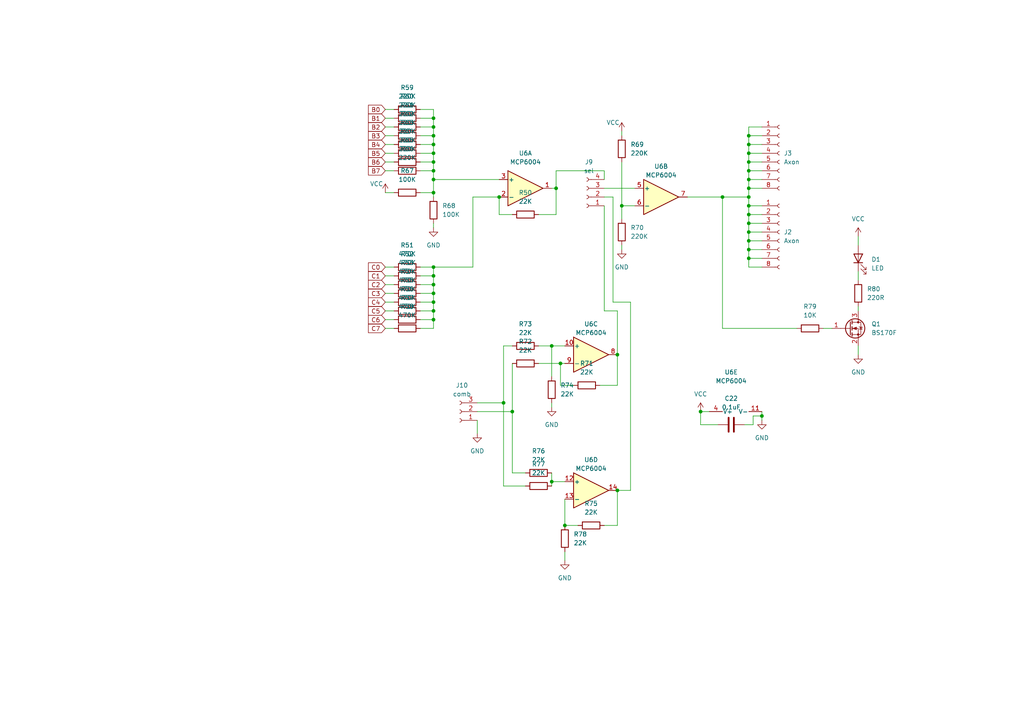
<source format=kicad_sch>
(kicad_sch (version 20230121) (generator eeschema)
  (paper "A4")
  (lib_symbols
    (symbol "Amplifier_Operational:MCP6004" (pin_names (offset 0.127))
      (property "Reference" "U" (at 0 5.08 0))
      (property "Value" "MCP6004" (at 0 -5.08 0))
      (symbol "MCP6004_1_1"
        (polyline (pts (xy -5.08 5.08) (xy 5.08 0) (xy -5.08 -5.08) (xy -5.08 5.08)) (stroke (width 0.254)) (fill (type background)))
        (pin output line (at 7.62 0 180) (length 2.54) (name "~") (number "1"))
        (pin input line (at -7.62 -2.54 0) (length 2.54) (name "-") (number "2"))
        (pin input line (at -7.62 2.54 0) (length 2.54) (name "+") (number "3"))
      )
      (symbol "MCP6004_2_1"
        (polyline (pts (xy -5.08 5.08) (xy 5.08 0) (xy -5.08 -5.08) (xy -5.08 5.08)) (stroke (width 0.254)) (fill (type background)))
        (pin input line (at -7.62 2.54 0) (length 2.54) (name "+") (number "5"))
        (pin input line (at -7.62 -2.54 0) (length 2.54) (name "-") (number "6"))
        (pin output line (at 7.62 0 180) (length 2.54) (name "~") (number "7"))
      )
      (symbol "MCP6004_3_1"
        (polyline (pts (xy -5.08 5.08) (xy 5.08 0) (xy -5.08 -5.08) (xy -5.08 5.08)) (stroke (width 0.254)) (fill (type background)))
        (pin input line (at -7.62 2.54 0) (length 2.54) (name "+") (number "10"))
        (pin output line (at 7.62 0 180) (length 2.54) (name "~") (number "8"))
        (pin input line (at -7.62 -2.54 0) (length 2.54) (name "-") (number "9"))
      )
      (symbol "MCP6004_4_1"
        (polyline (pts (xy -5.08 5.08) (xy 5.08 0) (xy -5.08 -5.08) (xy -5.08 5.08)) (stroke (width 0.254)) (fill (type background)))
        (pin input line (at -7.62 2.54 0) (length 2.54) (name "+") (number "12"))
        (pin input line (at -7.62 -2.54 0) (length 2.54) (name "-") (number "13"))
        (pin output line (at 7.62 0 180) (length 2.54) (name "~") (number "14"))
      )
      (symbol "MCP6004_5_1"
        (pin power_in line (at -2.54 -7.62 90) (length 3.81) (name "V-") (number "11"))
        (pin power_in line (at -2.54 7.62 270) (length 3.81) (name "V+") (number "4"))
      )
    )
    (symbol "Connector:Conn_01x03_Socket" (pin_names (offset 1.016) hide)
      (property "Reference" "J" (at 0 5.08 0))
      (property "Value" "Conn_01x03_Socket" (at 0 -5.08 0))
      (symbol "Conn_01x03_Socket_1_1"
        (arc (start 0 -2.032) (mid -0.5058 -2.54) (end 0 -3.048) (stroke (width 0.1524)))
        (polyline (pts (xy -1.27 -2.54) (xy -0.508 -2.54)) (stroke (width 0.1524)))
        (polyline (pts (xy -1.27 0) (xy -0.508 0)) (stroke (width 0.1524)))
        (polyline (pts (xy -1.27 2.54) (xy -0.508 2.54)) (stroke (width 0.1524)))
        (arc (start 0 0.508) (mid -0.5058 0) (end 0 -0.508) (stroke (width 0.1524)))
        (arc (start 0 3.048) (mid -0.5058 2.54) (end 0 2.032) (stroke (width 0.1524)))
        (pin passive line (at -5.08 2.54 0) (length 3.81) (name "Pin_1") (number "1"))
        (pin passive line (at -5.08 0 0) (length 3.81) (name "Pin_2") (number "2"))
        (pin passive line (at -5.08 -2.54 0) (length 3.81) (name "Pin_3") (number "3"))
      )
    )
    (symbol "Connector:Conn_01x04_Socket" (pin_names (offset 1.016) hide)
      (property "Reference" "J" (at 0 5.08 0))
      (property "Value" "Conn_01x04_Socket" (at 0 -7.62 0))
      (symbol "Conn_01x04_Socket_1_1"
        (arc (start 0 -4.572) (mid -0.5058 -5.08) (end 0 -5.588) (stroke (width 0.1524)))
        (arc (start 0 -2.032) (mid -0.5058 -2.54) (end 0 -3.048) (stroke (width 0.1524)))
        (polyline (pts (xy -1.27 -5.08) (xy -0.508 -5.08)) (stroke (width 0.1524)))
        (polyline (pts (xy -1.27 -2.54) (xy -0.508 -2.54)) (stroke (width 0.1524)))
        (polyline (pts (xy -1.27 0) (xy -0.508 0)) (stroke (width 0.1524)))
        (polyline (pts (xy -1.27 2.54) (xy -0.508 2.54)) (stroke (width 0.1524)))
        (arc (start 0 0.508) (mid -0.5058 0) (end 0 -0.508) (stroke (width 0.1524)))
        (arc (start 0 3.048) (mid -0.5058 2.54) (end 0 2.032) (stroke (width 0.1524)))
        (pin passive line (at -5.08 2.54 0) (length 3.81) (name "Pin_1") (number "1"))
        (pin passive line (at -5.08 0 0) (length 3.81) (name "Pin_2") (number "2"))
        (pin passive line (at -5.08 -2.54 0) (length 3.81) (name "Pin_3") (number "3"))
        (pin passive line (at -5.08 -5.08 0) (length 3.81) (name "Pin_4") (number "4"))
      )
    )
    (symbol "Connector:Conn_01x08_Socket" (pin_names (offset 1.016) hide)
      (property "Reference" "J" (at 0 10.16 0))
      (property "Value" "Conn_01x08_Socket" (at 0 -12.7 0))
      (symbol "Conn_01x08_Socket_1_1"
        (arc (start 0 -9.652) (mid -0.5058 -10.16) (end 0 -10.668) (stroke (width 0.1524)))
        (arc (start 0 -7.112) (mid -0.5058 -7.62) (end 0 -8.128) (stroke (width 0.1524)))
        (arc (start 0 -4.572) (mid -0.5058 -5.08) (end 0 -5.588) (stroke (width 0.1524)))
        (arc (start 0 -2.032) (mid -0.5058 -2.54) (end 0 -3.048) (stroke (width 0.1524)))
        (polyline (pts (xy -1.27 -10.16) (xy -0.508 -10.16)) (stroke (width 0.1524)))
        (polyline (pts (xy -1.27 -7.62) (xy -0.508 -7.62)) (stroke (width 0.1524)))
        (polyline (pts (xy -1.27 -5.08) (xy -0.508 -5.08)) (stroke (width 0.1524)))
        (polyline (pts (xy -1.27 -2.54) (xy -0.508 -2.54)) (stroke (width 0.1524)))
        (polyline (pts (xy -1.27 0) (xy -0.508 0)) (stroke (width 0.1524)))
        (polyline (pts (xy -1.27 2.54) (xy -0.508 2.54)) (stroke (width 0.1524)))
        (polyline (pts (xy -1.27 5.08) (xy -0.508 5.08)) (stroke (width 0.1524)))
        (polyline (pts (xy -1.27 7.62) (xy -0.508 7.62)) (stroke (width 0.1524)))
        (arc (start 0 0.508) (mid -0.5058 0) (end 0 -0.508) (stroke (width 0.1524)))
        (arc (start 0 3.048) (mid -0.5058 2.54) (end 0 2.032) (stroke (width 0.1524)))
        (arc (start 0 5.588) (mid -0.5058 5.08) (end 0 4.572) (stroke (width 0.1524)))
        (arc (start 0 8.128) (mid -0.5058 7.62) (end 0 7.112) (stroke (width 0.1524)))
        (pin passive line (at -5.08 7.62 0) (length 3.81) (name "Pin_1") (number "1"))
        (pin passive line (at -5.08 5.08 0) (length 3.81) (name "Pin_2") (number "2"))
        (pin passive line (at -5.08 2.54 0) (length 3.81) (name "Pin_3") (number "3"))
        (pin passive line (at -5.08 0 0) (length 3.81) (name "Pin_4") (number "4"))
        (pin passive line (at -5.08 -2.54 0) (length 3.81) (name "Pin_5") (number "5"))
        (pin passive line (at -5.08 -5.08 0) (length 3.81) (name "Pin_6") (number "6"))
        (pin passive line (at -5.08 -7.62 0) (length 3.81) (name "Pin_7") (number "7"))
        (pin passive line (at -5.08 -10.16 0) (length 3.81) (name "Pin_8") (number "8"))
      )
    )
    (symbol "Device:C" (pin_numbers hide) (pin_names (offset 0.254))
      (property "Reference" "C" (at 0.635 2.54 0))
      (property "Value" "C" (at 0.635 -2.54 0))
      (symbol "C_0_1"
        (polyline (pts (xy -2.032 -0.762) (xy 2.032 -0.762)) (stroke (width 0.508)))
        (polyline (pts (xy -2.032 0.762) (xy 2.032 0.762)) (stroke (width 0.508)))
      )
      (symbol "C_1_1"
        (pin passive line (at 0 3.81 270) (length 2.794) (name "~") (number "1"))
        (pin passive line (at 0 -3.81 90) (length 2.794) (name "~") (number "2"))
      )
    )
    (symbol "Device:LED" (pin_numbers hide) (pin_names (offset 1.016) hide)
      (property "Reference" "D" (at 0 2.54 0))
      (property "Value" "LED" (at 0 -2.54 0))
      (symbol "LED_0_1"
        (polyline (pts (xy -1.27 -1.27) (xy -1.27 1.27)) (stroke (width 0.254)))
        (polyline (pts (xy -1.27 0) (xy 1.27 0)))
        (polyline (pts (xy 1.27 -1.27) (xy 1.27 1.27) (xy -1.27 0) (xy 1.27 -1.27)) (stroke (width 0.254)))
        (polyline (pts (xy -3.048 -0.762) (xy -4.572 -2.286) (xy -3.81 -2.286) (xy -4.572 -2.286) (xy -4.572 -1.524)))
        (polyline (pts (xy -1.778 -0.762) (xy -3.302 -2.286) (xy -2.54 -2.286) (xy -3.302 -2.286) (xy -3.302 -1.524)))
      )
      (symbol "LED_1_1"
        (pin passive line (at -3.81 0 0) (length 2.54) (name "K") (number "1"))
        (pin passive line (at 3.81 0 180) (length 2.54) (name "A") (number "2"))
      )
    )
    (symbol "Device:R" (pin_numbers hide) (pin_names (offset 0))
      (property "Reference" "R" (at 2.032 0 90))
      (property "Value" "R" (at 0 0 90))
      (symbol "R_0_1"
        (rectangle (start -1.016 -2.54) (end 1.016 2.54) (stroke (width 0.254)))
      )
      (symbol "R_1_1"
        (pin passive line (at 0 3.81 270) (length 1.27) (name "~") (number "1"))
        (pin passive line (at 0 -3.81 90) (length 1.27) (name "~") (number "2"))
      )
    )
    (symbol "Transistor_FET:BS170F" (pin_names hide)
      (property "Reference" "Q" (at 5.08 1.905 0))
      (property "Value" "BS170F" (at 5.08 0 0))
      (symbol "BS170F_0_1"
        (polyline (pts (xy 0.254 0) (xy -2.54 0)))
        (polyline (pts (xy 0.254 1.905) (xy 0.254 -1.905)) (stroke (width 0.254)))
        (polyline (pts (xy 0.762 -1.27) (xy 0.762 -2.286)) (stroke (width 0.254)))
        (polyline (pts (xy 0.762 0.508) (xy 0.762 -0.508)) (stroke (width 0.254)))
        (polyline (pts (xy 0.762 2.286) (xy 0.762 1.27)) (stroke (width 0.254)))
        (polyline (pts (xy 2.54 2.54) (xy 2.54 1.778)))
        (polyline (pts (xy 2.54 -2.54) (xy 2.54 0) (xy 0.762 0)))
        (polyline (pts (xy 0.762 -1.778) (xy 3.302 -1.778) (xy 3.302 1.778) (xy 0.762 1.778)))
        (polyline (pts (xy 1.016 0) (xy 2.032 0.381) (xy 2.032 -0.381) (xy 1.016 0)) (fill (type outline)))
        (polyline (pts (xy 2.794 0.508) (xy 2.921 0.381) (xy 3.683 0.381) (xy 3.81 0.254)))
        (polyline (pts (xy 3.302 0.381) (xy 2.921 -0.254) (xy 3.683 -0.254) (xy 3.302 0.381)))
        (circle (center 1.651 0) (radius 2.794) (stroke (width 0.254)))
        (circle (center 2.54 -1.778) (radius 0.254) (fill (type outline)))
        (circle (center 2.54 1.778) (radius 0.254) (fill (type outline)))
      )
      (symbol "BS170F_1_1"
        (pin input line (at -5.08 0 0) (length 2.54) (name "G") (number "1"))
        (pin passive line (at 2.54 -5.08 90) (length 2.54) (name "S") (number "2"))
        (pin passive line (at 2.54 5.08 270) (length 2.54) (name "D") (number "3"))
      )
    )
    (symbol "power:GND" (power) (pin_names (offset 0))
      (property "Value" "GND" (at 0 -3.81 0))
      (symbol "GND_0_1"
        (polyline (pts (xy 0 0) (xy 0 -1.27) (xy 1.27 -1.27) (xy 0 -2.54) (xy -1.27 -1.27) (xy 0 -1.27)))
      )
      (symbol "GND_1_1"
        (pin power_in line (at 0 0 270) (length 0) hide (name "GND") (number "1"))
      )
    )
    (symbol "power:VCC" (power) (pin_names (offset 0))
      (property "Value" "VCC" (at 0 3.81 0))
      (symbol "VCC_0_1"
        (polyline (pts (xy -0.762 1.27) (xy 0 2.54)))
        (polyline (pts (xy 0 0) (xy 0 2.54)))
        (polyline (pts (xy 0 2.54) (xy 0.762 1.27)))
      )
      (symbol "VCC_1_1"
        (pin power_in line (at 0 0 90) (length 0) hide (name "VCC") (number "1"))
      )
    )
  )
  (junction (at 217.17 67.31))
  (junction (at 217.17 52.07))
  (junction (at 125.73 39.37))
  (junction (at 217.17 41.91))
  (junction (at 160.02 100.33))
  (junction (at 209.55 57.15))
  (junction (at 146.05 116.84))
  (junction (at 217.17 46.99))
  (junction (at 125.73 36.83))
  (junction (at 125.73 44.45))
  (junction (at 125.73 55.88))
  (junction (at 125.73 90.17))
  (junction (at 125.73 49.53))
  (junction (at 217.17 54.61))
  (junction (at 203.2 119.38))
  (junction (at 160.02 139.7))
  (junction (at 125.73 80.01))
  (junction (at 180.34 59.69))
  (junction (at 217.17 49.53))
  (junction (at 217.17 74.93))
  (junction (at 125.73 92.71))
  (junction (at 125.73 46.99))
  (junction (at 125.73 77.47))
  (junction (at 125.73 41.91))
  (junction (at 125.73 34.29))
  (junction (at 125.73 85.09))
  (junction (at 217.17 39.37))
  (junction (at 220.98 120.65))
  (junction (at 179.07 102.87))
  (junction (at 179.07 142.24))
  (junction (at 125.73 52.07))
  (junction (at 217.17 62.23))
  (junction (at 125.73 87.63))
  (junction (at 163.83 152.4))
  (junction (at 162.56 105.41))
  (junction (at 161.29 54.61))
  (junction (at 217.17 44.45))
  (junction (at 217.17 59.69))
  (junction (at 217.17 57.15))
  (junction (at 217.17 69.85))
  (junction (at 148.59 119.38))
  (junction (at 217.17 72.39))
  (junction (at 144.78 57.15))
  (junction (at 217.17 64.77))
  (junction (at 125.73 82.55))
  (wire (pts (xy 148.59 100.33) (xy 146.05 100.33)))
  (wire (pts (xy 175.26 90.17) (xy 179.07 90.17)))
  (wire (pts (xy 138.43 116.84) (xy 146.05 116.84)))
  (wire (pts (xy 121.92 41.91) (xy 125.73 41.91)))
  (wire (pts (xy 220.98 119.38) (xy 220.98 120.65)))
  (wire (pts (xy 121.92 46.99) (xy 125.73 46.99)))
  (wire (pts (xy 163.83 144.78) (xy 163.83 152.4)))
  (wire (pts (xy 125.73 31.75) (xy 121.92 31.75)))
  (wire (pts (xy 148.59 105.41) (xy 148.59 119.38)))
  (wire (pts (xy 160.02 139.7) (xy 163.83 139.7)))
  (wire (pts (xy 121.92 82.55) (xy 125.73 82.55)))
  (wire (pts (xy 121.92 92.71) (xy 125.73 92.71)))
  (wire (pts (xy 217.17 54.61) (xy 220.98 54.61)))
  (wire (pts (xy 137.16 57.15) (xy 137.16 77.47)))
  (wire (pts (xy 248.92 78.74) (xy 248.92 81.28)))
  (wire (pts (xy 162.56 111.76) (xy 162.56 105.41)))
  (wire (pts (xy 238.76 95.25) (xy 241.3 95.25)))
  (wire (pts (xy 146.05 116.84) (xy 146.05 140.97)))
  (wire (pts (xy 215.9 123.19) (xy 218.44 123.19)))
  (wire (pts (xy 121.92 95.25) (xy 125.73 95.25)))
  (wire (pts (xy 217.17 74.93) (xy 217.17 77.47)))
  (wire (pts (xy 121.92 39.37) (xy 125.73 39.37)))
  (wire (pts (xy 111.76 55.88) (xy 114.3 55.88)))
  (wire (pts (xy 217.17 62.23) (xy 220.98 62.23)))
  (wire (pts (xy 121.92 85.09) (xy 125.73 85.09)))
  (wire (pts (xy 160.02 137.16) (xy 160.02 139.7)))
  (wire (pts (xy 121.92 87.63) (xy 125.73 87.63)))
  (wire (pts (xy 161.29 49.53) (xy 161.29 54.61)))
  (wire (pts (xy 160.02 139.7) (xy 160.02 140.97)))
  (wire (pts (xy 111.76 82.55) (xy 114.3 82.55)))
  (wire (pts (xy 111.76 85.09) (xy 114.3 85.09)))
  (wire (pts (xy 111.76 49.53) (xy 114.3 49.53)))
  (wire (pts (xy 163.83 160.02) (xy 163.83 162.56)))
  (wire (pts (xy 111.76 36.83) (xy 114.3 36.83)))
  (wire (pts (xy 218.44 120.65) (xy 220.98 120.65)))
  (wire (pts (xy 179.07 111.76) (xy 179.07 102.87)))
  (wire (pts (xy 217.17 41.91) (xy 217.17 44.45)))
  (wire (pts (xy 217.17 46.99) (xy 220.98 46.99)))
  (wire (pts (xy 121.92 80.01) (xy 125.73 80.01)))
  (wire (pts (xy 125.73 82.55) (xy 125.73 85.09)))
  (wire (pts (xy 125.73 90.17) (xy 125.73 92.71)))
  (wire (pts (xy 111.76 41.91) (xy 114.3 41.91)))
  (wire (pts (xy 217.17 54.61) (xy 217.17 57.15)))
  (wire (pts (xy 121.92 90.17) (xy 125.73 90.17)))
  (wire (pts (xy 173.99 111.76) (xy 179.07 111.76)))
  (wire (pts (xy 161.29 62.23) (xy 156.21 62.23)))
  (wire (pts (xy 144.78 57.15) (xy 144.78 62.23)))
  (wire (pts (xy 217.17 39.37) (xy 220.98 39.37)))
  (wire (pts (xy 156.21 100.33) (xy 160.02 100.33)))
  (wire (pts (xy 217.17 49.53) (xy 217.17 52.07)))
  (wire (pts (xy 248.92 88.9) (xy 248.92 90.17)))
  (wire (pts (xy 217.17 44.45) (xy 217.17 46.99)))
  (wire (pts (xy 163.83 152.4) (xy 167.64 152.4)))
  (wire (pts (xy 125.73 57.15) (xy 125.73 55.88)))
  (wire (pts (xy 148.59 137.16) (xy 152.4 137.16)))
  (wire (pts (xy 125.73 92.71) (xy 125.73 95.25)))
  (wire (pts (xy 161.29 54.61) (xy 161.29 62.23)))
  (wire (pts (xy 125.73 52.07) (xy 144.78 52.07)))
  (wire (pts (xy 217.17 69.85) (xy 217.17 72.39)))
  (wire (pts (xy 217.17 59.69) (xy 220.98 59.69)))
  (wire (pts (xy 180.34 46.99) (xy 180.34 59.69)))
  (wire (pts (xy 125.73 46.99) (xy 125.73 44.45)))
  (wire (pts (xy 111.76 92.71) (xy 114.3 92.71)))
  (wire (pts (xy 111.76 87.63) (xy 114.3 87.63)))
  (wire (pts (xy 175.26 52.07) (xy 175.26 49.53)))
  (wire (pts (xy 199.39 57.15) (xy 209.55 57.15)))
  (wire (pts (xy 182.88 142.24) (xy 179.07 142.24)))
  (wire (pts (xy 203.2 119.38) (xy 205.74 119.38)))
  (wire (pts (xy 209.55 95.25) (xy 231.14 95.25)))
  (wire (pts (xy 148.59 119.38) (xy 148.59 137.16)))
  (wire (pts (xy 209.55 57.15) (xy 217.17 57.15)))
  (wire (pts (xy 146.05 140.97) (xy 152.4 140.97)))
  (wire (pts (xy 111.76 77.47) (xy 114.3 77.47)))
  (wire (pts (xy 125.73 39.37) (xy 125.73 36.83)))
  (wire (pts (xy 125.73 80.01) (xy 125.73 82.55)))
  (wire (pts (xy 217.17 46.99) (xy 217.17 49.53)))
  (wire (pts (xy 220.98 36.83) (xy 217.17 36.83)))
  (wire (pts (xy 220.98 120.65) (xy 220.98 121.92)))
  (wire (pts (xy 125.73 44.45) (xy 125.73 41.91)))
  (wire (pts (xy 217.17 52.07) (xy 220.98 52.07)))
  (wire (pts (xy 217.17 41.91) (xy 220.98 41.91)))
  (wire (pts (xy 111.76 39.37) (xy 114.3 39.37)))
  (wire (pts (xy 217.17 39.37) (xy 217.17 41.91)))
  (wire (pts (xy 175.26 54.61) (xy 184.15 54.61)))
  (wire (pts (xy 179.07 90.17) (xy 179.07 102.87)))
  (wire (pts (xy 166.37 111.76) (xy 162.56 111.76)))
  (wire (pts (xy 125.73 34.29) (xy 125.73 31.75)))
  (wire (pts (xy 125.73 36.83) (xy 125.73 34.29)))
  (wire (pts (xy 138.43 121.92) (xy 138.43 125.73)))
  (wire (pts (xy 175.26 57.15) (xy 177.8 57.15)))
  (wire (pts (xy 160.02 100.33) (xy 160.02 109.22)))
  (wire (pts (xy 217.17 57.15) (xy 217.17 59.69)))
  (wire (pts (xy 180.34 59.69) (xy 180.34 63.5)))
  (wire (pts (xy 125.73 41.91) (xy 125.73 39.37)))
  (wire (pts (xy 217.17 49.53) (xy 220.98 49.53)))
  (wire (pts (xy 209.55 57.15) (xy 209.55 95.25)))
  (wire (pts (xy 156.21 105.41) (xy 162.56 105.41)))
  (wire (pts (xy 175.26 152.4) (xy 179.07 152.4)))
  (wire (pts (xy 177.8 87.63) (xy 182.88 87.63)))
  (wire (pts (xy 160.02 54.61) (xy 161.29 54.61)))
  (wire (pts (xy 217.17 44.45) (xy 220.98 44.45)))
  (wire (pts (xy 160.02 116.84) (xy 160.02 118.11)))
  (wire (pts (xy 217.17 59.69) (xy 217.17 62.23)))
  (wire (pts (xy 208.28 123.19) (xy 203.2 123.19)))
  (wire (pts (xy 180.34 59.69) (xy 184.15 59.69)))
  (wire (pts (xy 182.88 87.63) (xy 182.88 142.24)))
  (wire (pts (xy 217.17 67.31) (xy 217.17 69.85)))
  (wire (pts (xy 160.02 100.33) (xy 163.83 100.33)))
  (wire (pts (xy 125.73 49.53) (xy 125.73 46.99)))
  (wire (pts (xy 125.73 85.09) (xy 125.73 87.63)))
  (wire (pts (xy 217.17 69.85) (xy 220.98 69.85)))
  (wire (pts (xy 162.56 105.41) (xy 163.83 105.41)))
  (wire (pts (xy 217.17 77.47) (xy 220.98 77.47)))
  (wire (pts (xy 111.76 90.17) (xy 114.3 90.17)))
  (wire (pts (xy 125.73 77.47) (xy 121.92 77.47)))
  (wire (pts (xy 217.17 52.07) (xy 217.17 54.61)))
  (wire (pts (xy 217.17 72.39) (xy 217.17 74.93)))
  (wire (pts (xy 111.76 95.25) (xy 114.3 95.25)))
  (wire (pts (xy 111.76 31.75) (xy 114.3 31.75)))
  (wire (pts (xy 137.16 77.47) (xy 125.73 77.47)))
  (wire (pts (xy 203.2 123.19) (xy 203.2 119.38)))
  (wire (pts (xy 180.34 38.1) (xy 180.34 39.37)))
  (wire (pts (xy 121.92 55.88) (xy 125.73 55.88)))
  (wire (pts (xy 248.92 68.58) (xy 248.92 71.12)))
  (wire (pts (xy 177.8 57.15) (xy 177.8 87.63)))
  (wire (pts (xy 125.73 64.77) (xy 125.73 66.04)))
  (wire (pts (xy 217.17 64.77) (xy 217.17 67.31)))
  (wire (pts (xy 125.73 55.88) (xy 125.73 52.07)))
  (wire (pts (xy 217.17 72.39) (xy 220.98 72.39)))
  (wire (pts (xy 111.76 46.99) (xy 114.3 46.99)))
  (wire (pts (xy 217.17 74.93) (xy 220.98 74.93)))
  (wire (pts (xy 111.76 34.29) (xy 114.3 34.29)))
  (wire (pts (xy 217.17 62.23) (xy 217.17 64.77)))
  (wire (pts (xy 217.17 64.77) (xy 220.98 64.77)))
  (wire (pts (xy 218.44 123.19) (xy 218.44 120.65)))
  (wire (pts (xy 217.17 36.83) (xy 217.17 39.37)))
  (wire (pts (xy 138.43 119.38) (xy 148.59 119.38)))
  (wire (pts (xy 111.76 80.01) (xy 114.3 80.01)))
  (wire (pts (xy 121.92 36.83) (xy 125.73 36.83)))
  (wire (pts (xy 175.26 59.69) (xy 175.26 90.17)))
  (wire (pts (xy 144.78 62.23) (xy 148.59 62.23)))
  (wire (pts (xy 146.05 100.33) (xy 146.05 116.84)))
  (wire (pts (xy 217.17 67.31) (xy 220.98 67.31)))
  (wire (pts (xy 175.26 49.53) (xy 161.29 49.53)))
  (wire (pts (xy 180.34 71.12) (xy 180.34 72.39)))
  (wire (pts (xy 121.92 34.29) (xy 125.73 34.29)))
  (wire (pts (xy 179.07 152.4) (xy 179.07 142.24)))
  (wire (pts (xy 125.73 80.01) (xy 125.73 77.47)))
  (wire (pts (xy 125.73 52.07) (xy 125.73 49.53)))
  (wire (pts (xy 121.92 44.45) (xy 125.73 44.45)))
  (wire (pts (xy 125.73 87.63) (xy 125.73 90.17)))
  (wire (pts (xy 121.92 49.53) (xy 125.73 49.53)))
  (wire (pts (xy 111.76 44.45) (xy 114.3 44.45)))
  (wire (pts (xy 248.92 100.33) (xy 248.92 102.87)))
  (wire (pts (xy 144.78 57.15) (xy 137.16 57.15)))
  (global_label "C2" (shape input) (at 111.76 82.55 180) (property "Intersheetrefs" "${INTERSHEET_REFS}" (effects hide)))
  (global_label "B5" (shape input) (at 111.76 44.45 180) (property "Intersheetrefs" "${INTERSHEET_REFS}" (effects hide)))
  (global_label "B0" (shape input) (at 111.76 31.75 180) (property "Intersheetrefs" "${INTERSHEET_REFS}" (effects hide)))
  (global_label "B4" (shape input) (at 111.76 41.91 180) (property "Intersheetrefs" "${INTERSHEET_REFS}" (effects hide)))
  (global_label "C0" (shape input) (at 111.76 77.47 180) (property "Intersheetrefs" "${INTERSHEET_REFS}" (effects hide)))
  (global_label "B7" (shape input) (at 111.76 49.53 180) (property "Intersheetrefs" "${INTERSHEET_REFS}" (effects hide)))
  (global_label "C6" (shape input) (at 111.76 92.71 180) (property "Intersheetrefs" "${INTERSHEET_REFS}" (effects hide)))
  (global_label "C7" (shape input) (at 111.76 95.25 180) (property "Intersheetrefs" "${INTERSHEET_REFS}" (effects hide)))
  (global_label "C5" (shape input) (at 111.76 90.17 180) (property "Intersheetrefs" "${INTERSHEET_REFS}" (effects hide)))
  (global_label "C1" (shape input) (at 111.76 80.01 180) (property "Intersheetrefs" "${INTERSHEET_REFS}" (effects hide)))
  (global_label "B1" (shape input) (at 111.76 34.29 180) (property "Intersheetrefs" "${INTERSHEET_REFS}" (effects hide)))
  (global_label "C4" (shape input) (at 111.76 87.63 180) (property "Intersheetrefs" "${INTERSHEET_REFS}" (effects hide)))
  (global_label "B3" (shape input) (at 111.76 39.37 180) (property "Intersheetrefs" "${INTERSHEET_REFS}" (effects hide)))
  (global_label "B2" (shape input) (at 111.76 36.83 180) (property "Intersheetrefs" "${INTERSHEET_REFS}" (effects hide)))
  (global_label "B6" (shape input) (at 111.76 46.99 180) (property "Intersheetrefs" "${INTERSHEET_REFS}" (effects hide)))
  (global_label "C3" (shape input) (at 111.76 85.09 180) (property "Intersheetrefs" "${INTERSHEET_REFS}" (effects hide)))
  (symbol (lib_id "Device:R") (at 118.11 41.91 270) (unit 1)
    (property "Reference" "R63" (at 118.11 35.56 90))
    (property "Value" "220K" (at 118.11 38.1 90))
    (property "Footprint" "Resistor_SMD:R_0805_2012Metric" (effects hide))
  )
  (symbol (lib_id "Amplifier_Operational:MCP6004") (at 171.45 142.24 0) (unit 4)
    (property "Reference" "U6" (at 171.45 133.35 0))
    (property "Value" "MCP6004" (at 171.45 135.89 0))
    (property "Footprint" "Package_SO:HTSSOP-14-1EP_4.4x5mm_P0.65mm_EP3.4x5mm_Mask3x3.1mm" (effects hide))
    (property "Datasheet" "http://ww1.microchip.com/downloads/en/DeviceDoc/21733j.pdf" (effects hide))
  )
  (symbol (lib_id "power:VCC") (at 111.76 55.88 0) (unit 1)
    (property "Reference" "#PWR036" (effects hide))
    (property "Value" "VCC" (at 109.22 53.34 0))
  )
  (symbol (lib_id "Device:R") (at 118.11 34.29 270) (unit 1)
    (property "Reference" "R60" (at 118.11 27.94 90))
    (property "Value" "220K" (at 118.11 30.48 90))
    (property "Footprint" "Resistor_SMD:R_0805_2012Metric" (effects hide))
  )
  (symbol (lib_id "Device:R") (at 118.11 82.55 270) (unit 1)
    (property "Reference" "R53" (at 118.11 76.2 90))
    (property "Value" "470K" (at 118.11 78.74 90))
    (property "Footprint" "Resistor_SMD:R_0805_2012Metric" (effects hide))
  )
  (symbol (lib_id "Amplifier_Operational:MCP6004") (at 191.77 57.15 0) (unit 2)
    (property "Reference" "U6" (at 191.77 48.26 0))
    (property "Value" "MCP6004" (at 191.77 50.8 0))
    (property "Footprint" "Package_SO:HTSSOP-14-1EP_4.4x5mm_P0.65mm_EP3.4x5mm_Mask3x3.1mm" (effects hide))
    (property "Datasheet" "http://ww1.microchip.com/downloads/en/DeviceDoc/21733j.pdf" (effects hide))
  )
  (symbol (lib_id "Connector:Conn_01x08_Socket") (at 226.06 67.31 0) (unit 1)
    (property "Reference" "J2" (at 227.33 67.31 0) (effects (justify left)))
    (property "Value" "Axon" (at 227.33 69.85 0) (effects (justify left)))
    (property "Footprint" "Connector_PinSocket_2.54mm:PinSocket_1x08_P2.54mm_Vertical" (effects hide))
  )
  (symbol (lib_id "Device:R") (at 156.21 137.16 270) (unit 1)
    (property "Reference" "R76" (at 156.21 130.81 90))
    (property "Value" "22K" (at 156.21 133.35 90))
    (property "Footprint" "Resistor_SMD:R_0805_2012Metric" (effects hide))
  )
  (symbol (lib_id "Device:R") (at 118.11 36.83 270) (unit 1)
    (property "Reference" "R61" (at 118.11 30.48 90))
    (property "Value" "220K" (at 118.11 33.02 90))
    (property "Footprint" "Resistor_SMD:R_0805_2012Metric" (effects hide))
  )
  (symbol (lib_id "power:VCC") (at 203.2 119.38 0) (unit 1)
    (property "Reference" "#PWR017" (effects hide))
    (property "Value" "VCC" (at 203.2 114.3 0))
  )
  (symbol (lib_id "Device:R") (at 118.11 85.09 270) (unit 1)
    (property "Reference" "R54" (at 118.11 78.74 90))
    (property "Value" "470K" (at 118.11 81.28 90))
    (property "Footprint" "Resistor_SMD:R_0805_2012Metric" (effects hide))
  )
  (symbol (lib_id "Amplifier_Operational:MCP6004") (at 171.45 102.87 0) (unit 3)
    (property "Reference" "U6" (at 171.45 93.98 0))
    (property "Value" "MCP6004" (at 171.45 96.52 0))
    (property "Footprint" "Package_SO:HTSSOP-14-1EP_4.4x5mm_P0.65mm_EP3.4x5mm_Mask3x3.1mm" (effects hide))
    (property "Datasheet" "http://ww1.microchip.com/downloads/en/DeviceDoc/21733j.pdf" (effects hide))
  )
  (symbol (lib_id "Device:R") (at 234.95 95.25 270) (unit 1)
    (property "Reference" "R79" (at 234.95 88.9 90))
    (property "Value" "10K" (at 234.95 91.44 90))
    (property "Footprint" "Resistor_SMD:R_0805_2012Metric" (effects hide))
  )
  (symbol (lib_id "Device:R") (at 170.18 111.76 270) (unit 1)
    (property "Reference" "R71" (at 170.18 105.41 90))
    (property "Value" "22K" (at 170.18 107.95 90))
    (property "Footprint" "Resistor_SMD:R_0805_2012Metric" (effects hide))
  )
  (symbol (lib_id "power:VCC") (at 248.92 68.58 0) (unit 1)
    (property "Reference" "#PWR046" (effects hide))
    (property "Value" "VCC" (at 248.92 63.5 0))
  )
  (symbol (lib_id "Amplifier_Operational:MCP6004") (at 213.36 116.84 90) (unit 5)
    (property "Reference" "U6" (at 212.09 107.95 90))
    (property "Value" "MCP6004" (at 212.09 110.49 90))
    (property "Footprint" "Package_SO:HTSSOP-14-1EP_4.4x5mm_P0.65mm_EP3.4x5mm_Mask3x3.1mm" (effects hide))
    (property "Datasheet" "http://ww1.microchip.com/downloads/en/DeviceDoc/21733j.pdf" (effects hide))
  )
  (symbol (lib_id "Device:LED") (at 248.92 74.93 90) (unit 1)
    (property "Reference" "D1" (at 252.73 75.2475 90) (effects (justify right)))
    (property "Value" "LED" (at 252.73 77.7875 90) (effects (justify right)))
    (property "Footprint" "LED_SMD:LED_0805_2012Metric_Pad1.15x1.40mm_HandSolder" (effects hide))
  )
  (symbol (lib_id "Device:R") (at 152.4 62.23 270) (unit 1)
    (property "Reference" "R50" (at 152.4 55.88 90))
    (property "Value" "22K" (at 152.4 58.42 90))
    (property "Footprint" "Resistor_SMD:R_0805_2012Metric" (effects hide))
  )
  (symbol (lib_id "Connector:Conn_01x03_Socket") (at 133.35 119.38 180) (unit 1)
    (property "Reference" "J10" (at 133.985 111.76 0))
    (property "Value" "comb" (at 133.985 114.3 0))
    (property "Footprint" "Connector_PinSocket_2.54mm:PinSocket_1x03_P2.54mm_Vertical" (effects hide))
  )
  (symbol (lib_id "Device:R") (at 118.11 46.99 270) (unit 1)
    (property "Reference" "R65" (at 118.11 40.64 90))
    (property "Value" "220K" (at 118.11 43.18 90))
    (property "Footprint" "Resistor_SMD:R_0805_2012Metric" (effects hide))
  )
  (symbol (lib_id "power:GND") (at 160.02 118.11 0) (unit 1)
    (property "Reference" "#PWR042" (effects hide))
    (property "Value" "GND" (at 160.02 123.19 0))
  )
  (symbol (lib_id "Connector:Conn_01x08_Socket") (at 226.06 44.45 0) (unit 1)
    (property "Reference" "J3" (at 227.33 44.45 0) (effects (justify left)))
    (property "Value" "Axon" (at 227.33 46.99 0) (effects (justify left)))
    (property "Footprint" "Connector_PinSocket_2.54mm:PinSocket_1x08_P2.54mm_Vertical" (effects hide))
  )
  (symbol (lib_id "Device:R") (at 118.11 92.71 270) (unit 1)
    (property "Reference" "R57" (at 118.11 86.36 90))
    (property "Value" "470K" (at 118.11 88.9 90))
    (property "Footprint" "Resistor_SMD:R_0805_2012Metric" (effects hide))
  )
  (symbol (lib_id "Device:R") (at 118.11 39.37 270) (unit 1)
    (property "Reference" "R62" (at 118.11 33.02 90))
    (property "Value" "220K" (at 118.11 35.56 90))
    (property "Footprint" "Resistor_SMD:R_0805_2012Metric" (effects hide))
  )
  (symbol (lib_id "power:GND") (at 138.43 125.73 0) (unit 1)
    (property "Reference" "#PWR044" (effects hide))
    (property "Value" "GND" (at 138.43 130.81 0))
  )
  (symbol (lib_id "Device:R") (at 156.21 140.97 270) (unit 1)
    (property "Reference" "R77" (at 156.21 134.62 90))
    (property "Value" "22K" (at 156.21 137.16 90))
    (property "Footprint" "Resistor_SMD:R_0805_2012Metric" (effects hide))
  )
  (symbol (lib_id "Device:R") (at 125.73 60.96 0) (unit 1)
    (property "Reference" "R68" (at 128.27 59.69 0) (effects (justify left)))
    (property "Value" "100K" (at 128.27 62.23 0) (effects (justify left)))
    (property "Footprint" "Resistor_SMD:R_0805_2012Metric" (effects hide))
  )
  (symbol (lib_id "Device:R") (at 180.34 67.31 0) (unit 1)
    (property "Reference" "R70" (at 182.88 66.04 0) (effects (justify left)))
    (property "Value" "220K" (at 182.88 68.58 0) (effects (justify left)))
    (property "Footprint" "Resistor_SMD:R_0805_2012Metric" (effects hide))
  )
  (symbol (lib_id "power:GND") (at 180.34 72.39 0) (unit 1)
    (property "Reference" "#PWR039" (effects hide))
    (property "Value" "GND" (at 180.34 77.47 0))
  )
  (symbol (lib_id "Device:C") (at 212.09 123.19 270) (unit 1)
    (property "Reference" "C22" (at 212.09 115.57 90))
    (property "Value" "0.1uF" (at 212.09 118.11 90))
    (property "Footprint" "Capacitor_SMD:C_0805_2012Metric" (effects hide))
  )
  (symbol (lib_id "Device:R") (at 160.02 113.03 0) (unit 1)
    (property "Reference" "R74" (at 162.56 111.76 0) (effects (justify left)))
    (property "Value" "22K" (at 162.56 114.3 0) (effects (justify left)))
    (property "Footprint" "Resistor_SMD:R_0805_2012Metric" (effects hide))
  )
  (symbol (lib_id "Device:R") (at 163.83 156.21 0) (unit 1)
    (property "Reference" "R78" (at 166.37 154.94 0) (effects (justify left)))
    (property "Value" "22K" (at 166.37 157.48 0) (effects (justify left)))
    (property "Footprint" "Resistor_SMD:R_0805_2012Metric" (effects hide))
  )
  (symbol (lib_id "Device:R") (at 180.34 43.18 0) (unit 1)
    (property "Reference" "R69" (at 182.88 41.91 0) (effects (justify left)))
    (property "Value" "220K" (at 182.88 44.45 0) (effects (justify left)))
    (property "Footprint" "Resistor_SMD:R_0805_2012Metric" (effects hide))
  )
  (symbol (lib_id "Connector:Conn_01x04_Socket") (at 170.18 57.15 180) (unit 1)
    (property "Reference" "J9" (at 170.815 46.99 0))
    (property "Value" "sel" (at 170.815 49.53 0))
    (property "Footprint" "Connector_PinSocket_2.54mm:PinSocket_1x04_P2.54mm_Vertical" (effects hide))
  )
  (symbol (lib_id "power:GND") (at 163.83 162.56 0) (unit 1)
    (property "Reference" "#PWR043" (effects hide))
    (property "Value" "GND" (at 163.83 167.64 0))
  )
  (symbol (lib_id "Device:R") (at 171.45 152.4 270) (unit 1)
    (property "Reference" "R75" (at 171.45 146.05 90))
    (property "Value" "22K" (at 171.45 148.59 90))
    (property "Footprint" "Resistor_SMD:R_0805_2012Metric" (effects hide))
  )
  (symbol (lib_id "Device:R") (at 118.11 90.17 270) (unit 1)
    (property "Reference" "R56" (at 118.11 83.82 90))
    (property "Value" "470K" (at 118.11 86.36 90))
    (property "Footprint" "Resistor_SMD:R_0805_2012Metric" (effects hide))
  )
  (symbol (lib_id "Device:R") (at 118.11 44.45 270) (unit 1)
    (property "Reference" "R64" (at 118.11 38.1 90))
    (property "Value" "220K" (at 118.11 40.64 90))
    (property "Footprint" "Resistor_SMD:R_0805_2012Metric" (effects hide))
  )
  (symbol (lib_id "power:GND") (at 248.92 102.87 0) (unit 1)
    (property "Reference" "#PWR045" (effects hide))
    (property "Value" "GND" (at 248.92 107.95 0))
  )
  (symbol (lib_id "Device:R") (at 118.11 49.53 270) (unit 1)
    (property "Reference" "R66" (at 118.11 43.18 90))
    (property "Value" "220K" (at 118.11 45.72 90))
    (property "Footprint" "Resistor_SMD:R_0805_2012Metric" (effects hide))
  )
  (symbol (lib_id "Transistor_FET:BS170F") (at 246.38 95.25 0) (unit 1)
    (property "Reference" "Q1" (at 252.73 93.98 0) (effects (justify left)))
    (property "Value" "BS170F" (at 252.73 96.52 0) (effects (justify left)))
    (property "Footprint" "Package_TO_SOT_SMD:SOT-23" (effects hide))
    (property "Datasheet" "http://www.diodes.com/assets/Datasheets/BS170F.pdf" (effects hide))
  )
  (symbol (lib_id "Device:R") (at 118.11 55.88 270) (unit 1)
    (property "Reference" "R67" (at 118.11 49.53 90))
    (property "Value" "100K" (at 118.11 52.07 90))
    (property "Footprint" "Resistor_SMD:R_0805_2012Metric" (effects hide))
  )
  (symbol (lib_id "Device:R") (at 118.11 77.47 270) (unit 1)
    (property "Reference" "R51" (at 118.11 71.12 90))
    (property "Value" "470K" (at 118.11 73.66 90))
    (property "Footprint" "Resistor_SMD:R_0805_2012Metric" (effects hide))
  )
  (symbol (lib_id "Device:R") (at 118.11 31.75 270) (unit 1)
    (property "Reference" "R59" (at 118.11 25.4 90))
    (property "Value" "220K" (at 118.11 27.94 90))
    (property "Footprint" "Resistor_SMD:R_0805_2012Metric" (effects hide))
  )
  (symbol (lib_id "Device:R") (at 118.11 87.63 270) (unit 1)
    (property "Reference" "R55" (at 118.11 81.28 90))
    (property "Value" "470K" (at 118.11 83.82 90))
    (property "Footprint" "Resistor_SMD:R_0805_2012Metric" (effects hide))
  )
  (symbol (lib_id "Device:R") (at 248.92 85.09 0) (unit 1)
    (property "Reference" "R80" (at 251.46 83.82 0) (effects (justify left)))
    (property "Value" "220R" (at 251.46 86.36 0) (effects (justify left)))
    (property "Footprint" "Resistor_SMD:R_0805_2012Metric" (effects hide))
  )
  (symbol (lib_id "Device:R") (at 152.4 105.41 270) (unit 1)
    (property "Reference" "R72" (at 152.4 99.06 90))
    (property "Value" "22K" (at 152.4 101.6 90))
    (property "Footprint" "Resistor_SMD:R_0805_2012Metric" (effects hide))
  )
  (symbol (lib_id "power:VCC") (at 180.34 38.1 0) (unit 1)
    (property "Reference" "#PWR038" (effects hide))
    (property "Value" "VCC" (at 177.8 35.56 0))
  )
  (symbol (lib_id "Device:R") (at 152.4 100.33 270) (unit 1)
    (property "Reference" "R73" (at 152.4 93.98 90))
    (property "Value" "22K" (at 152.4 96.52 90))
    (property "Footprint" "Resistor_SMD:R_0805_2012Metric" (effects hide))
  )
  (symbol (lib_id "Device:R") (at 118.11 80.01 270) (unit 1)
    (property "Reference" "R52" (at 118.11 73.66 90))
    (property "Value" "470K" (at 118.11 76.2 90))
    (property "Footprint" "Resistor_SMD:R_0805_2012Metric" (effects hide))
  )
  (symbol (lib_id "Amplifier_Operational:MCP6004") (at 152.4 54.61 0) (unit 1)
    (property "Reference" "U6" (at 152.4 44.45 0))
    (property "Value" "MCP6004" (at 152.4 46.99 0))
    (property "Footprint" "Package_SO:HTSSOP-14-1EP_4.4x5mm_P0.65mm_EP3.4x5mm_Mask3x3.1mm" (effects hide))
    (property "Datasheet" "http://ww1.microchip.com/downloads/en/DeviceDoc/21733j.pdf" (effects hide))
  )
  (symbol (lib_id "Device:R") (at 118.11 95.25 270) (unit 1)
    (property "Reference" "R58" (at 118.11 88.9 90))
    (property "Value" "470K" (at 118.11 91.44 90))
    (property "Footprint" "Resistor_SMD:R_0805_2012Metric" (effects hide))
  )
  (symbol (lib_id "power:GND") (at 125.73 66.04 0) (unit 1)
    (property "Reference" "#PWR037" (effects hide))
    (property "Value" "GND" (at 125.73 71.12 0))
  )
  (symbol (lib_id "power:GND") (at 220.98 121.92 0) (unit 1)
    (property "Reference" "#PWR035" (effects hide))
    (property "Value" "GND" (at 220.98 127 0))
  )
)
</source>
